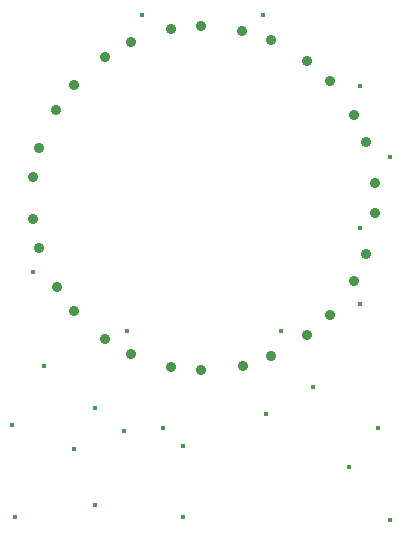
<source format=gbr>
%TF.GenerationSoftware,KiCad,Pcbnew,7.0.5+dfsg-2*%
%TF.CreationDate,2024-03-17T17:57:46+01:00*%
%TF.ProjectId,microscope-lamp-pcb,6d696372-6f73-4636-9f70-652d6c616d70,1*%
%TF.SameCoordinates,Original*%
%TF.FileFunction,Plated,1,2,PTH,Drill*%
%TF.FilePolarity,Positive*%
%FSLAX46Y46*%
G04 Gerber Fmt 4.6, Leading zero omitted, Abs format (unit mm)*
G04 Created by KiCad (PCBNEW 7.0.5+dfsg-2) date 2024-03-17 17:57:46*
%MOMM*%
%LPD*%
G01*
G04 APERTURE LIST*
%TA.AperFunction,ViaDrill*%
%ADD10C,0.400000*%
%TD*%
%TA.AperFunction,ComponentDrill*%
%ADD11C,0.900000*%
%TD*%
G04 APERTURE END LIST*
D10*
X133750000Y-119250000D03*
X134000000Y-127000000D03*
X135500000Y-106250000D03*
X136500000Y-114250000D03*
X139000000Y-121250000D03*
X140750000Y-117750000D03*
X140750000Y-126000000D03*
X143250000Y-119750000D03*
X143500000Y-111250000D03*
X144750000Y-84500000D03*
X146500000Y-119500000D03*
X148250000Y-121000000D03*
X148250000Y-127000000D03*
X155000000Y-84500000D03*
X155250000Y-118250000D03*
X156500000Y-111250000D03*
X159250000Y-116000000D03*
X162250000Y-122750000D03*
X163250000Y-90500000D03*
X163250000Y-102500000D03*
X163250000Y-109000000D03*
X164750000Y-119500000D03*
X165750000Y-96500000D03*
X165750000Y-127250000D03*
D11*
%TO.C,D9*%
X135551772Y-98232419D03*
%TO.C,D10*%
X135553851Y-101777363D03*
%TO.C,D9*%
X136079868Y-95747924D03*
%TO.C,D10*%
X136081947Y-104261858D03*
%TO.C,D8*%
X137519827Y-92508611D03*
%TO.C,D11*%
X137525705Y-107499480D03*
%TO.C,D8*%
X139012802Y-90453708D03*
%TO.C,D11*%
X139018680Y-109554383D03*
%TO.C,D7*%
X141645818Y-88080132D03*
%TO.C,D12*%
X141654477Y-111924868D03*
%TO.C,D7*%
X143845523Y-86810132D03*
%TO.C,D12*%
X143854182Y-113194868D03*
%TO.C,D6*%
X147216322Y-85712706D03*
%TO.C,D13*%
X147226267Y-114288339D03*
%TO.C,D6*%
X149742408Y-85447204D03*
%TO.C,D13*%
X149752353Y-114553841D03*
%TO.C,D5*%
X153268149Y-85815684D03*
%TO.C,D14*%
X153277659Y-114181226D03*
%TO.C,D5*%
X155683833Y-86600587D03*
%TO.C,D14*%
X155693343Y-113396323D03*
%TO.C,D4*%
X158754884Y-88371259D03*
%TO.C,D15*%
X158762315Y-111622050D03*
%TO.C,D4*%
X160642472Y-90070851D03*
%TO.C,D15*%
X160649903Y-109922458D03*
%TO.C,D3*%
X162727820Y-92937548D03*
%TO.C,D16*%
X162731887Y-107053316D03*
%TO.C,D3*%
X163760931Y-95257953D03*
%TO.C,D16*%
X163764998Y-104732911D03*
%TO.C,D2*%
X164500000Y-98725000D03*
X164500000Y-101265000D03*
M02*

</source>
